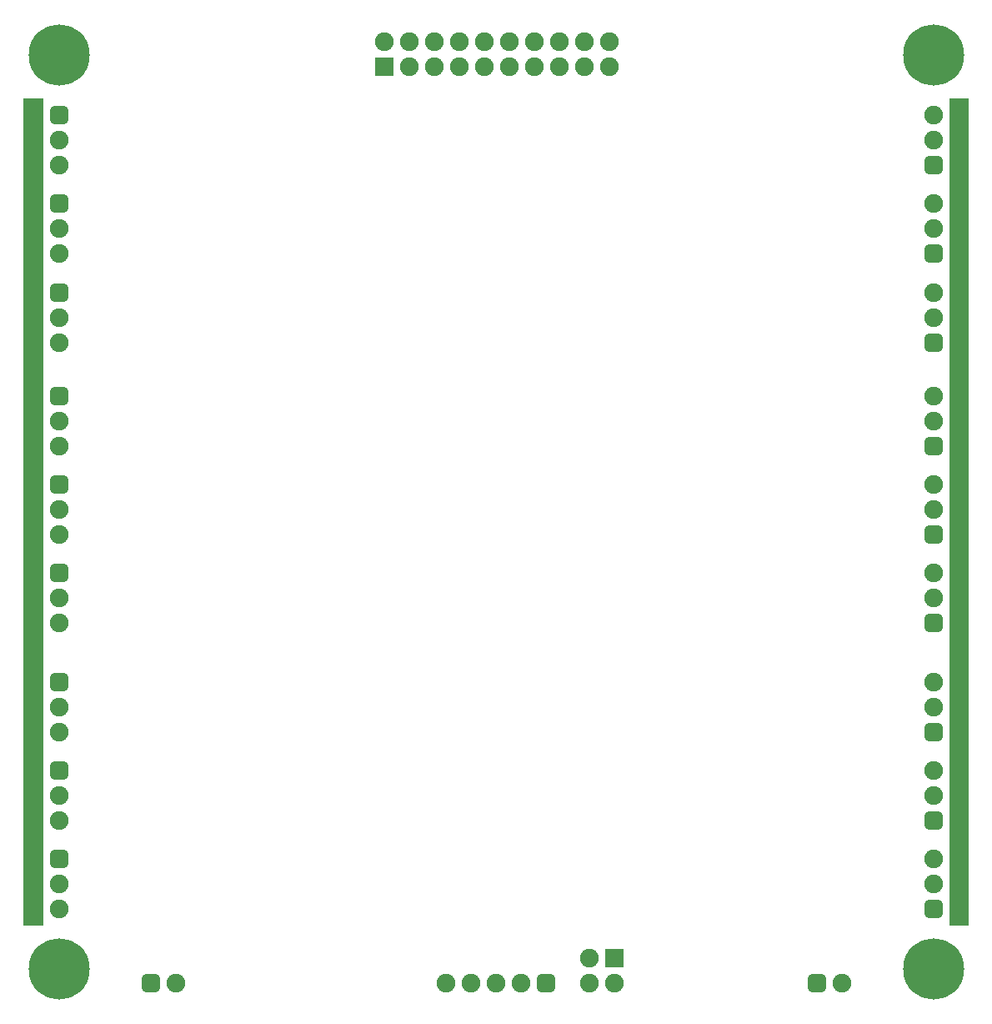
<source format=gbs>
G04 Layer_Color=16711935*
%FSLAX44Y44*%
%MOMM*%
G71*
G01*
G75*
%ADD57C,1.9000*%
%ADD58R,1.9000X1.9000*%
G04:AMPARAMS|DCode=59|XSize=1.9mm|YSize=1.9mm|CornerRadius=0.525mm|HoleSize=0mm|Usage=FLASHONLY|Rotation=270.000|XOffset=0mm|YOffset=0mm|HoleType=Round|Shape=RoundedRectangle|*
%AMROUNDEDRECTD59*
21,1,1.9000,0.8500,0,0,270.0*
21,1,0.8500,1.9000,0,0,270.0*
1,1,1.0500,-0.4250,-0.4250*
1,1,1.0500,-0.4250,0.4250*
1,1,1.0500,0.4250,0.4250*
1,1,1.0500,0.4250,-0.4250*
%
%ADD59ROUNDEDRECTD59*%
G04:AMPARAMS|DCode=60|XSize=1.9mm|YSize=1.9mm|CornerRadius=0.525mm|HoleSize=0mm|Usage=FLASHONLY|Rotation=0.000|XOffset=0mm|YOffset=0mm|HoleType=Round|Shape=RoundedRectangle|*
%AMROUNDEDRECTD60*
21,1,1.9000,0.8500,0,0,0.0*
21,1,0.8500,1.9000,0,0,0.0*
1,1,1.0500,0.4250,-0.4250*
1,1,1.0500,-0.4250,-0.4250*
1,1,1.0500,-0.4250,0.4250*
1,1,1.0500,0.4250,0.4250*
%
%ADD60ROUNDEDRECTD60*%
%ADD61R,1.9000X1.9000*%
%ADD62C,6.2000*%
G36*
X40000Y80000D02*
X20000Y80000D01*
X20000Y920000D01*
X40000Y920000D01*
X40000Y80000D01*
D02*
G37*
G36*
X980000Y920000D02*
X980000Y80000D01*
X960000Y80000D01*
X960000Y920000D01*
X980000Y920000D01*
D02*
G37*
D57*
X386000Y977900D02*
D03*
X411400D02*
D03*
X436800D02*
D03*
X462200D02*
D03*
X487600D02*
D03*
X563800D02*
D03*
X538400D02*
D03*
X513000D02*
D03*
X614600D02*
D03*
X589200D02*
D03*
X411400Y952500D02*
D03*
X436800D02*
D03*
X462200D02*
D03*
X538400D02*
D03*
X513000D02*
D03*
X487600D02*
D03*
X589200D02*
D03*
X563800D02*
D03*
X614600D02*
D03*
X56000Y877600D02*
D03*
Y852200D02*
D03*
X944000Y877600D02*
D03*
Y903000D02*
D03*
X56000Y787600D02*
D03*
Y762200D02*
D03*
X944000Y787600D02*
D03*
Y813000D02*
D03*
X174400Y22000D02*
D03*
X56000Y697200D02*
D03*
Y671800D02*
D03*
X944000Y697600D02*
D03*
Y723000D02*
D03*
X449200Y22000D02*
D03*
X474600D02*
D03*
X500000D02*
D03*
X525400D02*
D03*
X56000Y592400D02*
D03*
Y567000D02*
D03*
X944000Y592400D02*
D03*
Y617800D02*
D03*
X56000Y502600D02*
D03*
Y477200D02*
D03*
X944000Y502400D02*
D03*
Y527800D02*
D03*
X56000Y412600D02*
D03*
Y387200D02*
D03*
X944000Y412600D02*
D03*
Y438000D02*
D03*
X851400Y22000D02*
D03*
X56000Y302200D02*
D03*
Y276800D02*
D03*
X944000Y302200D02*
D03*
Y327600D02*
D03*
X594600Y47400D02*
D03*
Y22000D02*
D03*
X620000D02*
D03*
X56000Y212400D02*
D03*
Y187000D02*
D03*
X944000Y212400D02*
D03*
Y237800D02*
D03*
X56000Y122400D02*
D03*
Y97000D02*
D03*
X944000Y122400D02*
D03*
Y147800D02*
D03*
D58*
X386000Y952500D02*
D03*
D59*
X56000Y903000D02*
D03*
X944000Y852200D02*
D03*
X56000Y813000D02*
D03*
X944000Y762200D02*
D03*
X56000Y722600D02*
D03*
X944000Y672200D02*
D03*
X56000Y617800D02*
D03*
X944000Y567000D02*
D03*
X56000Y528000D02*
D03*
X944000Y477000D02*
D03*
X56000Y438000D02*
D03*
X944000Y387200D02*
D03*
X56000Y327600D02*
D03*
X944000Y276800D02*
D03*
X56000Y237800D02*
D03*
X944000Y187000D02*
D03*
X56000Y147800D02*
D03*
X944000Y97000D02*
D03*
D60*
X149000Y22000D02*
D03*
X550800Y22000D02*
D03*
X826000D02*
D03*
D61*
X620000Y47400D02*
D03*
D62*
X56000Y36000D02*
D03*
X944000D02*
D03*
X56000Y964000D02*
D03*
X944000D02*
D03*
M02*

</source>
